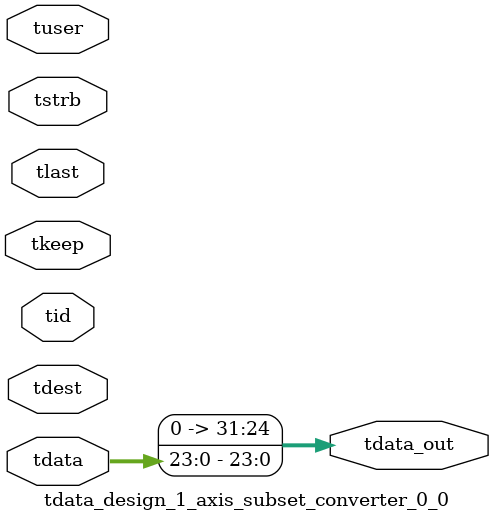
<source format=v>


`timescale 1ps/1ps

module tdata_design_1_axis_subset_converter_0_0 #
(
parameter C_S_AXIS_TDATA_WIDTH = 32,
parameter C_S_AXIS_TUSER_WIDTH = 0,
parameter C_S_AXIS_TID_WIDTH   = 0,
parameter C_S_AXIS_TDEST_WIDTH = 0,
parameter C_M_AXIS_TDATA_WIDTH = 32
)
(
input  [(C_S_AXIS_TDATA_WIDTH == 0 ? 1 : C_S_AXIS_TDATA_WIDTH)-1:0     ] tdata,
input  [(C_S_AXIS_TUSER_WIDTH == 0 ? 1 : C_S_AXIS_TUSER_WIDTH)-1:0     ] tuser,
input  [(C_S_AXIS_TID_WIDTH   == 0 ? 1 : C_S_AXIS_TID_WIDTH)-1:0       ] tid,
input  [(C_S_AXIS_TDEST_WIDTH == 0 ? 1 : C_S_AXIS_TDEST_WIDTH)-1:0     ] tdest,
input  [(C_S_AXIS_TDATA_WIDTH/8)-1:0 ] tkeep,
input  [(C_S_AXIS_TDATA_WIDTH/8)-1:0 ] tstrb,
input                                                                    tlast,
output [C_M_AXIS_TDATA_WIDTH-1:0] tdata_out
);

assign tdata_out = {8'b00000000,tdata[23:0]};

endmodule


</source>
